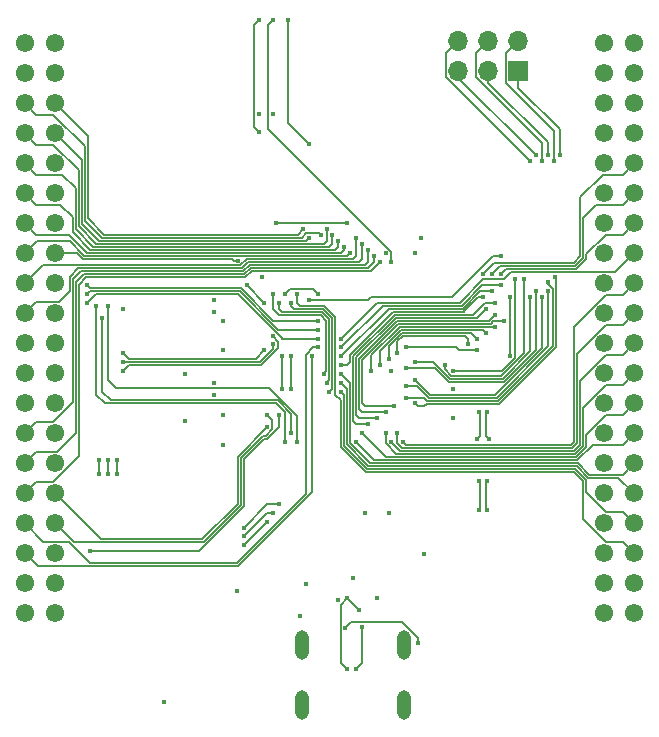
<source format=gbr>
%TF.GenerationSoftware,KiCad,Pcbnew,(5.1.9)-1*%
%TF.CreationDate,2021-07-09T22:50:26+02:00*%
%TF.ProjectId,hyperboard,68797065-7262-46f6-9172-642e6b696361,rev?*%
%TF.SameCoordinates,Original*%
%TF.FileFunction,Copper,L4,Bot*%
%TF.FilePolarity,Positive*%
%FSLAX46Y46*%
G04 Gerber Fmt 4.6, Leading zero omitted, Abs format (unit mm)*
G04 Created by KiCad (PCBNEW (5.1.9)-1) date 2021-07-09 22:50:26*
%MOMM*%
%LPD*%
G01*
G04 APERTURE LIST*
%TA.AperFunction,ComponentPad*%
%ADD10O,1.200000X2.500000*%
%TD*%
%TA.AperFunction,ComponentPad*%
%ADD11C,1.550000*%
%TD*%
%TA.AperFunction,ComponentPad*%
%ADD12O,1.700000X1.700000*%
%TD*%
%TA.AperFunction,ComponentPad*%
%ADD13R,1.700000X1.700000*%
%TD*%
%TA.AperFunction,ViaPad*%
%ADD14C,0.450000*%
%TD*%
%TA.AperFunction,Conductor*%
%ADD15C,0.127000*%
%TD*%
%TA.AperFunction,Conductor*%
%ADD16C,0.200000*%
%TD*%
G04 APERTURE END LIST*
D10*
%TO.P,J5,2*%
%TO.N,GND*%
X142320000Y-140700000D03*
%TO.P,J5,1*%
X133680000Y-140700000D03*
%TO.P,J5,3*%
X133680000Y-145750000D03*
%TO.P,J5,4*%
X142320000Y-145750000D03*
%TD*%
D11*
%TO.P,J3,40*%
%TO.N,GND*%
X112750000Y-89740000D03*
%TO.P,J3,39*%
%TO.N,+3V3*%
X110210000Y-89740000D03*
%TO.P,J3,38*%
%TO.N,GND*%
X112750000Y-92280000D03*
%TO.P,J3,37*%
%TO.N,+3V3*%
X110210000Y-92280000D03*
%TO.P,J3,36*%
%TO.N,PB5*%
X112750000Y-94820000D03*
%TO.P,J3,35*%
%TO.N,PD7*%
X110210000Y-94820000D03*
%TO.P,J3,34*%
%TO.N,PB4*%
X112750000Y-97360000D03*
%TO.P,J3,33*%
%TO.N,PD6*%
X110210000Y-97360000D03*
%TO.P,J3,32*%
%TO.N,PB2*%
X112750000Y-99900000D03*
%TO.P,J3,31*%
%TO.N,PD5*%
X110210000Y-99900000D03*
%TO.P,J3,30*%
%TO.N,PB1*%
X112750000Y-102440000D03*
%TO.P,J3,29*%
%TO.N,PD4*%
X110210000Y-102440000D03*
%TO.P,J3,28*%
%TO.N,PB0*%
X112750000Y-104980000D03*
%TO.P,J3,27*%
%TO.N,PD3*%
X110210000Y-104980000D03*
%TO.P,J3,26*%
%TO.N,PA15*%
X112750000Y-107520000D03*
%TO.P,J3,25*%
%TO.N,PD2*%
X110210000Y-107520000D03*
%TO.P,J3,24*%
%TO.N,PA10*%
X112750000Y-110060000D03*
%TO.P,J3,23*%
%TO.N,PD1*%
X110210000Y-110060000D03*
%TO.P,J3,22*%
%TO.N,PA9*%
X112750000Y-112600000D03*
%TO.P,J3,21*%
%TO.N,PD0*%
X110210000Y-112600000D03*
%TO.P,J3,20*%
%TO.N,PA8*%
X112750000Y-115140000D03*
%TO.P,J3,19*%
%TO.N,PC15*%
X110210000Y-115140000D03*
%TO.P,J3,18*%
%TO.N,PA7*%
X112750000Y-117680000D03*
%TO.P,J3,17*%
%TO.N,PC14*%
X110210000Y-117680000D03*
%TO.P,J3,16*%
%TO.N,PA6*%
X112750000Y-120220000D03*
%TO.P,J3,15*%
%TO.N,PC13*%
X110210000Y-120220000D03*
%TO.P,J3,14*%
%TO.N,PA5*%
X112750000Y-122760000D03*
%TO.P,J3,13*%
%TO.N,PC12*%
X110210000Y-122760000D03*
%TO.P,J3,12*%
%TO.N,PA4*%
X112750000Y-125300000D03*
%TO.P,J3,11*%
%TO.N,PC11*%
X110210000Y-125300000D03*
%TO.P,J3,10*%
%TO.N,PA3*%
X112750000Y-127840000D03*
%TO.P,J3,9*%
%TO.N,PC10*%
X110210000Y-127840000D03*
%TO.P,J3,8*%
%TO.N,PA2*%
X112750000Y-130380000D03*
%TO.P,J3,7*%
%TO.N,PC9*%
X110210000Y-130380000D03*
%TO.P,J3,6*%
%TO.N,PA1*%
X112750000Y-132920000D03*
%TO.P,J3,5*%
%TO.N,PC8*%
X110210000Y-132920000D03*
%TO.P,J3,4*%
%TO.N,GND*%
X112750000Y-135460000D03*
%TO.P,J3,3*%
%TO.N,+3V3*%
X110210000Y-135460000D03*
%TO.P,J3,2*%
%TO.N,GND*%
X112750000Y-138000000D03*
%TO.P,J3,1*%
%TO.N,+3V3*%
X110210000Y-138000000D03*
%TD*%
%TO.P,J4,40*%
%TO.N,GND*%
X161790000Y-89740000D03*
%TO.P,J4,39*%
%TO.N,+3V3*%
X159250000Y-89740000D03*
%TO.P,J4,38*%
%TO.N,GND*%
X161790000Y-92280000D03*
%TO.P,J4,37*%
%TO.N,+3V3*%
X159250000Y-92280000D03*
%TO.P,J4,36*%
%TO.N,PC7*%
X161790000Y-94820000D03*
%TO.P,J4,35*%
%TO.N,Net-(J4-Pad35)*%
X159250000Y-94820000D03*
%TO.P,J4,34*%
%TO.N,PC6*%
X161790000Y-97360000D03*
%TO.P,J4,33*%
%TO.N,PE15*%
X159250000Y-97360000D03*
%TO.P,J4,32*%
%TO.N,PC3*%
X161790000Y-99900000D03*
%TO.P,J4,31*%
%TO.N,PE14*%
X159250000Y-99900000D03*
%TO.P,J4,30*%
%TO.N,PC2*%
X161790000Y-102440000D03*
%TO.P,J4,29*%
%TO.N,PE13*%
X159250000Y-102440000D03*
%TO.P,J4,28*%
%TO.N,PC1*%
X161790000Y-104980000D03*
%TO.P,J4,27*%
%TO.N,PE12*%
X159250000Y-104980000D03*
%TO.P,J4,26*%
%TO.N,PC0*%
X161790000Y-107520000D03*
%TO.P,J4,25*%
%TO.N,PE11*%
X159250000Y-107520000D03*
%TO.P,J4,24*%
%TO.N,PB15*%
X161790000Y-110060000D03*
%TO.P,J4,23*%
%TO.N,PE10*%
X159250000Y-110060000D03*
%TO.P,J4,22*%
%TO.N,PB14*%
X161790000Y-112600000D03*
%TO.P,J4,21*%
%TO.N,PE9*%
X159250000Y-112600000D03*
%TO.P,J4,20*%
%TO.N,PB13*%
X161790000Y-115140000D03*
%TO.P,J4,19*%
%TO.N,PE8*%
X159250000Y-115140000D03*
%TO.P,J4,18*%
%TO.N,PB12*%
X161790000Y-117680000D03*
%TO.P,J4,17*%
%TO.N,PE7*%
X159250000Y-117680000D03*
%TO.P,J4,16*%
%TO.N,PB11*%
X161790000Y-120220000D03*
%TO.P,J4,15*%
%TO.N,PE2*%
X159250000Y-120220000D03*
%TO.P,J4,14*%
%TO.N,PB10*%
X161790000Y-122760000D03*
%TO.P,J4,13*%
%TO.N,PD15*%
X159250000Y-122760000D03*
%TO.P,J4,12*%
%TO.N,PB9*%
X161790000Y-125300000D03*
%TO.P,J4,11*%
%TO.N,PD14*%
X159250000Y-125300000D03*
%TO.P,J4,10*%
%TO.N,PB8*%
X161790000Y-127840000D03*
%TO.P,J4,9*%
%TO.N,PD10*%
X159250000Y-127840000D03*
%TO.P,J4,8*%
%TO.N,PB7*%
X161790000Y-130380000D03*
%TO.P,J4,7*%
%TO.N,PD9*%
X159250000Y-130380000D03*
%TO.P,J4,6*%
%TO.N,PB6*%
X161790000Y-132920000D03*
%TO.P,J4,5*%
%TO.N,PD8*%
X159250000Y-132920000D03*
%TO.P,J4,4*%
%TO.N,GND*%
X161790000Y-135460000D03*
%TO.P,J4,3*%
%TO.N,+3V3*%
X159250000Y-135460000D03*
%TO.P,J4,2*%
%TO.N,GND*%
X161790000Y-138000000D03*
%TO.P,J4,1*%
%TO.N,+3V3*%
X159250000Y-138000000D03*
%TD*%
D12*
%TO.P,J1,6*%
%TO.N,DSIHOST_D1N*%
X146920000Y-89560000D03*
%TO.P,J1,5*%
%TO.N,DSIHOST_D1P*%
X146920000Y-92100000D03*
%TO.P,J1,4*%
%TO.N,DSIHOST_CKN*%
X149460000Y-89560000D03*
%TO.P,J1,3*%
%TO.N,DSIHOST_CKP*%
X149460000Y-92100000D03*
%TO.P,J1,2*%
%TO.N,DSIHOST_D0N*%
X152000000Y-89560000D03*
D13*
%TO.P,J1,1*%
%TO.N,DSIHOST_D0P*%
X152000000Y-92100000D03*
%TD*%
D14*
%TO.N,+3V3*%
X123750000Y-117750000D03*
X141000000Y-129500000D03*
X126250000Y-119500000D03*
X127000000Y-123750000D03*
X146500000Y-121500000D03*
X143250000Y-107500000D03*
X127000000Y-115750000D03*
X126250000Y-112500000D03*
X133500000Y-138250000D03*
X130250000Y-109500000D03*
X130000000Y-95750000D03*
X141250000Y-117500000D03*
X144000000Y-133000000D03*
X122000000Y-145500000D03*
%TO.N,GND*%
X138000000Y-135000000D03*
X134000000Y-135500000D03*
X123750000Y-121750000D03*
X139000000Y-129500000D03*
X126250000Y-118500000D03*
X127000000Y-121250000D03*
X146500000Y-119000000D03*
X140750000Y-107500000D03*
X127000000Y-113250000D03*
X126250000Y-111500000D03*
X143750000Y-106250000D03*
X118500000Y-112250000D03*
X140000000Y-136750000D03*
X131250000Y-95750000D03*
X128130000Y-136150000D03*
%TO.N,NRST*%
X132000000Y-119000000D03*
X132000000Y-116250000D03*
X130500000Y-111750000D03*
X129000000Y-110250000D03*
%TO.N,Net-(FB1-Pad2)*%
X136750000Y-136875000D03*
%TO.N,DSIHOST_D1N*%
X143250000Y-116750000D03*
X153000000Y-111250000D03*
X153000000Y-99750000D03*
%TO.N,DSIHOST_D1P*%
X142500000Y-117250000D03*
X153500000Y-110750000D03*
X153500000Y-99250000D03*
%TO.N,DSIHOST_CKN*%
X143250000Y-118250000D03*
X154000000Y-111250000D03*
X154000000Y-99750000D03*
%TO.N,DSIHOST_CKP*%
X142500000Y-118750000D03*
X154500000Y-110750000D03*
X154500000Y-99250000D03*
%TO.N,DSIHOST_D0N*%
X142500000Y-119750000D03*
X154500000Y-110000000D03*
X155000000Y-99750000D03*
%TO.N,DSIHOST_D0P*%
X143250000Y-120250000D03*
X155084500Y-109509999D03*
X155500000Y-99250000D03*
%TO.N,SWO*%
X134250000Y-98250000D03*
X132500000Y-87750000D03*
%TO.N,SWCLK*%
X141250000Y-108250000D03*
X131250000Y-87750000D03*
%TO.N,SWDIO*%
X130000000Y-97250000D03*
X130000000Y-87750000D03*
%TO.N,PB5*%
X133750000Y-105500000D03*
%TO.N,PD7*%
X135250000Y-106000000D03*
%TO.N,PB4*%
X134250000Y-106250000D03*
%TO.N,PD6*%
X135750000Y-105500000D03*
%TO.N,PB2*%
X117250000Y-112000000D03*
X133250000Y-123500000D03*
%TO.N,PD5*%
X136250000Y-106000000D03*
%TO.N,PB1*%
X116750000Y-113000000D03*
X132750000Y-122750000D03*
%TO.N,PD4*%
X136750000Y-106500000D03*
%TO.N,PB0*%
X116250000Y-112000000D03*
X132250000Y-123500000D03*
%TO.N,PD3*%
X137250000Y-107000000D03*
%TO.N,PA15*%
X128250000Y-108145450D03*
X131500000Y-105000000D03*
X137500000Y-105000000D03*
%TO.N,PD2*%
X137750000Y-107500000D03*
%TO.N,PA10*%
X115500000Y-110250000D03*
X135000000Y-113250000D03*
%TO.N,PD1*%
X138250000Y-106250000D03*
%TO.N,PA9*%
X115500000Y-111000000D03*
X135000000Y-114000000D03*
%TO.N,PD0*%
X138750000Y-106750000D03*
%TO.N,PA8*%
X135000000Y-114750000D03*
X115500000Y-111750000D03*
%TO.N,PC15*%
X130500000Y-115750000D03*
X118500000Y-116000000D03*
%TO.N,PA7*%
X131750000Y-128750000D03*
X128750000Y-130750000D03*
X118000000Y-125000000D03*
X118000000Y-126250000D03*
%TO.N,PC14*%
X131250000Y-115250000D03*
X118500000Y-116750000D03*
%TO.N,PA6*%
X131250000Y-129500000D03*
X128750000Y-131500000D03*
X117250000Y-125000000D03*
X117250000Y-126250000D03*
%TO.N,PC13*%
X131206197Y-114543803D03*
X118500000Y-117500000D03*
%TO.N,PA5*%
X130750000Y-130250000D03*
X128750000Y-132250000D03*
X116500000Y-126250000D03*
X116500000Y-125000000D03*
%TO.N,PC12*%
X139250000Y-107250000D03*
%TO.N,PC11*%
X139750000Y-107750000D03*
%TO.N,PA3*%
X130750000Y-122250000D03*
%TO.N,PC10*%
X140250000Y-108250000D03*
%TO.N,PA2*%
X130750000Y-121250000D03*
%TO.N,PC9*%
X135000000Y-115500000D03*
%TO.N,PA1*%
X131750000Y-121250000D03*
X115750000Y-132750000D03*
%TO.N,PC8*%
X134500000Y-116250000D03*
%TO.N,PC7*%
X146500000Y-117500000D03*
X151750000Y-109750000D03*
%TO.N,PC6*%
X145750000Y-117000000D03*
X152500000Y-109750000D03*
%TO.N,PE15*%
X139250000Y-122000000D03*
X150000000Y-111750000D03*
%TO.N,PC3*%
X137000000Y-117000000D03*
X149000000Y-111250000D03*
X149000000Y-109250000D03*
%TO.N,PE14*%
X140000000Y-121500000D03*
X149250000Y-112250000D03*
%TO.N,PC2*%
X137000000Y-116250000D03*
X149750000Y-110750000D03*
X149750000Y-109250000D03*
%TO.N,PE13*%
X140750000Y-121000000D03*
X150000000Y-112750000D03*
%TO.N,PC1*%
X137000000Y-115500000D03*
X150500000Y-110250000D03*
X150500000Y-109250000D03*
%TO.N,PE12*%
X141500000Y-120500000D03*
X150750000Y-113250000D03*
%TO.N,PC0*%
X137000000Y-114750000D03*
%TO.N,PE11*%
X139500000Y-117500000D03*
X150000000Y-113750000D03*
%TO.N,PB15*%
X142250000Y-123500000D03*
%TO.N,PE10*%
X140250000Y-117000000D03*
X149250000Y-114250000D03*
%TO.N,PB14*%
X141750000Y-122750000D03*
%TO.N,PE9*%
X141000000Y-116500000D03*
X148500000Y-114750000D03*
%TO.N,PB13*%
X141250000Y-123500000D03*
%TO.N,PE8*%
X141750000Y-116000000D03*
X147750000Y-115250000D03*
%TO.N,PB12*%
X140750000Y-122750000D03*
%TO.N,PE7*%
X142500000Y-115500000D03*
X148500000Y-115750000D03*
%TO.N,PB11*%
X138750000Y-122750000D03*
%TO.N,PE2*%
X150500000Y-107750000D03*
X134250000Y-111500000D03*
X151250000Y-111250000D03*
X151250000Y-116250000D03*
%TO.N,PB10*%
X138250000Y-123500000D03*
%TO.N,PB9*%
X137000000Y-117750000D03*
X135500000Y-117750000D03*
X131250000Y-111000000D03*
%TO.N,PB8*%
X131750000Y-111750000D03*
X137000000Y-118500000D03*
X135750000Y-118500000D03*
%TO.N,PB7*%
X137000000Y-119250000D03*
X136000000Y-119250000D03*
X132750000Y-111750000D03*
%TO.N,PB6*%
X133250000Y-111000000D03*
%TO.N,Net-(J5-PadA6)*%
X138250000Y-142750000D03*
X138790500Y-139182998D03*
%TO.N,Net-(J5-PadA7)*%
X137500000Y-136750000D03*
X137500000Y-142750000D03*
X138500000Y-137750000D03*
%TO.N,Net-(J5-PadA5)*%
X143500000Y-140500000D03*
X137354000Y-139250000D03*
%TO.N,BOOT0*%
X135000000Y-111000000D03*
X132250000Y-111000000D03*
X132750000Y-116250000D03*
X132750000Y-119000000D03*
%TO.N,USB_D+*%
X149350000Y-129265500D03*
X149350000Y-126801588D03*
X149500000Y-123250000D03*
X149350000Y-120984500D03*
%TO.N,USB_D-*%
X148650000Y-129265500D03*
X148650000Y-126801588D03*
X148500000Y-123250000D03*
X148650000Y-120984500D03*
%TD*%
D15*
%TO.N,NRST*%
X132000000Y-119000000D02*
X132000000Y-116250000D01*
X130500000Y-111750000D02*
X129000000Y-110250000D01*
%TO.N,DSIHOST_D1N*%
X143250000Y-116750000D02*
X144775834Y-116750000D01*
X144775834Y-116750000D02*
X146195345Y-118169511D01*
X146195345Y-118169511D02*
X150500000Y-118169511D01*
X153000000Y-115833390D02*
X153000000Y-111250000D01*
X150663880Y-118169510D02*
X153000000Y-115833390D01*
X150500000Y-118169511D02*
X150663880Y-118169510D01*
X145879499Y-90600501D02*
X146920000Y-89560000D01*
X145879499Y-92629499D02*
X145879499Y-90600501D01*
X153000000Y-99750000D02*
X145879499Y-92629499D01*
%TO.N,DSIHOST_D1P*%
X146090131Y-118423521D02*
X150500000Y-118423521D01*
X144916610Y-117250000D02*
X146090131Y-118423521D01*
X142500000Y-117250000D02*
X144916610Y-117250000D01*
X150500000Y-118423521D02*
X150769093Y-118423521D01*
X150769093Y-118423521D02*
X153500000Y-115692614D01*
X153500000Y-115692614D02*
X153500000Y-110750000D01*
X146920000Y-92670000D02*
X146920000Y-92100000D01*
X153500000Y-99250000D02*
X146920000Y-92670000D01*
%TO.N,DSIHOST_CKN*%
X143250000Y-118250000D02*
X144500000Y-119500000D01*
X144500000Y-119500000D02*
X149250000Y-119500000D01*
X150051838Y-119500000D02*
X154000000Y-115551838D01*
X149250000Y-119500000D02*
X150051838Y-119500000D01*
X154000000Y-115551838D02*
X154000000Y-111250000D01*
X148419499Y-90600501D02*
X149460000Y-89560000D01*
X154000000Y-98179942D02*
X148419499Y-92599441D01*
X148419499Y-92599441D02*
X148419499Y-90600501D01*
X154000000Y-99750000D02*
X154000000Y-98179942D01*
%TO.N,DSIHOST_CKP*%
X142500000Y-118750000D02*
X143390776Y-118750000D01*
X143390776Y-118750000D02*
X144394786Y-119754010D01*
X144394786Y-119754010D02*
X149250000Y-119754010D01*
X150157053Y-119754009D02*
X154500000Y-115411062D01*
X149250000Y-119754010D02*
X150157053Y-119754009D01*
X154500000Y-115411062D02*
X154500000Y-110750000D01*
X149460000Y-93100776D02*
X149460000Y-92100000D01*
X154500000Y-98140776D02*
X149460000Y-93100776D01*
X154500000Y-99250000D02*
X154500000Y-98140776D01*
%TO.N,DSIHOST_D0N*%
X150262266Y-120008020D02*
X154915501Y-115354785D01*
X149250000Y-120008020D02*
X150262266Y-120008020D01*
X144031552Y-119750000D02*
X144289572Y-120008020D01*
X142500000Y-119750000D02*
X144031552Y-119750000D01*
X144289572Y-120008020D02*
X149250000Y-120008020D01*
X154500000Y-110135058D02*
X154500000Y-110000000D01*
X154915501Y-110550559D02*
X154500000Y-110135058D01*
X154915501Y-115354785D02*
X154915501Y-110550559D01*
X150959499Y-90600501D02*
X152000000Y-89560000D01*
X150959499Y-93102401D02*
X150959499Y-90600501D01*
X155000000Y-97142902D02*
X150959499Y-93102401D01*
X155000000Y-99750000D02*
X155000000Y-97142902D01*
%TO.N,DSIHOST_D0P*%
X143250000Y-120250000D02*
X143500000Y-120500000D01*
X144000000Y-120500000D02*
X144237970Y-120262030D01*
X143500000Y-120500000D02*
X144000000Y-120500000D01*
X144237970Y-120262030D02*
X149250000Y-120262030D01*
X150367481Y-120262029D02*
X155169511Y-115459999D01*
X149250000Y-120262030D02*
X150367481Y-120262029D01*
X155169511Y-109595010D02*
X155084500Y-109509999D01*
X155169511Y-115459999D02*
X155169511Y-109595010D01*
X152000000Y-92100000D02*
X152600000Y-92100000D01*
X152000000Y-92100000D02*
X152000000Y-93500000D01*
X155500000Y-97000000D02*
X155500000Y-99250000D01*
X152000000Y-93500000D02*
X155500000Y-97000000D01*
%TO.N,SWO*%
X132500000Y-96500000D02*
X132500000Y-87750000D01*
X134250000Y-98250000D02*
X132500000Y-96500000D01*
%TO.N,SWCLK*%
X141250000Y-107385058D02*
X141250000Y-108250000D01*
X130834499Y-96969557D02*
X141250000Y-107385058D01*
X130834499Y-88165501D02*
X130834499Y-96969557D01*
X131250000Y-87750000D02*
X130834499Y-88165501D01*
%TO.N,SWDIO*%
X129584499Y-96834499D02*
X130000000Y-97250000D01*
X129584499Y-88165501D02*
X129584499Y-96834499D01*
X130000000Y-87750000D02*
X129584499Y-88165501D01*
%TO.N,PB5*%
X115520050Y-97590050D02*
X112750000Y-94820000D01*
X115520050Y-104520050D02*
X115520050Y-97590050D01*
X116951880Y-105951880D02*
X115520050Y-104520050D01*
X133298120Y-105951880D02*
X116951880Y-105951880D01*
X133750000Y-105500000D02*
X133298120Y-105951880D01*
%TO.N,PD7*%
X111175501Y-95785501D02*
X110210000Y-94820000D01*
X115266040Y-98447098D02*
X112604443Y-95785501D01*
X112604443Y-95785501D02*
X111175501Y-95785501D01*
X116705890Y-106205890D02*
X115266040Y-104766040D01*
X115266040Y-104766040D02*
X115266040Y-98447098D01*
X133679168Y-106205890D02*
X116705890Y-106205890D01*
X135084499Y-105834499D02*
X134050559Y-105834499D01*
X134050559Y-105834499D02*
X133679168Y-106205890D01*
X135250000Y-106000000D02*
X135084499Y-105834499D01*
%TO.N,PB4*%
X115012030Y-99622030D02*
X112750000Y-97360000D01*
X115012030Y-105012030D02*
X115012030Y-99622030D01*
X116459900Y-106459900D02*
X115012030Y-105012030D01*
X134040100Y-106459900D02*
X116459900Y-106459900D01*
X134250000Y-106250000D02*
X134040100Y-106459900D01*
%TO.N,PD6*%
X111175501Y-98325501D02*
X110210000Y-97360000D01*
X112604443Y-98325501D02*
X111175501Y-98325501D01*
X114758020Y-100479078D02*
X112604443Y-98325501D01*
X114758020Y-105258020D02*
X114758020Y-100479078D01*
X116213910Y-106713910D02*
X114758020Y-105258020D01*
X135500000Y-106713910D02*
X116213910Y-106713910D01*
X135750000Y-106463910D02*
X135500000Y-106713910D01*
X135750000Y-105500000D02*
X135750000Y-106463910D01*
%TO.N,PB2*%
X130883949Y-118915501D02*
X117915501Y-118915501D01*
X133250000Y-121281552D02*
X130883949Y-118915501D01*
X133250000Y-123500000D02*
X133250000Y-121281552D01*
X117250000Y-118250000D02*
X117250000Y-112000000D01*
X117915501Y-118915501D02*
X117250000Y-118250000D01*
%TO.N,PD5*%
X111175501Y-100865501D02*
X110210000Y-99900000D01*
X113365501Y-100865501D02*
X111175501Y-100865501D01*
X114504010Y-105504010D02*
X114504010Y-102004010D01*
X115967920Y-106967920D02*
X114504010Y-105504010D01*
X114504010Y-102004010D02*
X113365501Y-100865501D01*
X136000000Y-106967920D02*
X115967920Y-106967920D01*
X136250000Y-106717920D02*
X136000000Y-106967920D01*
X136250000Y-106000000D02*
X136250000Y-106717920D01*
%TO.N,PB1*%
X132750000Y-121140776D02*
X131605214Y-119995990D01*
X132750000Y-122750000D02*
X132750000Y-121140776D01*
X131605214Y-119995990D02*
X117495990Y-119995990D01*
X116750000Y-119250000D02*
X116750000Y-113000000D01*
X117495990Y-119995990D02*
X116750000Y-119250000D01*
%TO.N,PD4*%
X113155501Y-103405501D02*
X111175501Y-103405501D01*
X114250000Y-104500000D02*
X113155501Y-103405501D01*
X114250000Y-105750000D02*
X114250000Y-104500000D01*
X115721930Y-107221930D02*
X114250000Y-105750000D01*
X136500000Y-107221930D02*
X115721930Y-107221930D01*
X136750000Y-106971930D02*
X136500000Y-107221930D01*
X111175501Y-103405501D02*
X110210000Y-102440000D01*
X136750000Y-106500000D02*
X136750000Y-106971930D01*
%TO.N,PB0*%
X116250000Y-112000000D02*
X116250000Y-119500000D01*
X116250000Y-119500000D02*
X117000000Y-120250000D01*
X117000000Y-120250000D02*
X131500000Y-120250000D01*
X132250000Y-121000000D02*
X132250000Y-123500000D01*
X131500000Y-120250000D02*
X132250000Y-121000000D01*
%TO.N,PD3*%
X111175501Y-105945501D02*
X110210000Y-104980000D01*
X113945501Y-105945501D02*
X111175501Y-105945501D01*
X115475940Y-107475940D02*
X113945501Y-105945501D01*
X137000000Y-107475940D02*
X115475940Y-107475940D01*
X137250000Y-107225940D02*
X137000000Y-107475940D01*
X137250000Y-107000000D02*
X137250000Y-107225940D01*
%TO.N,PA15*%
X128250000Y-108145450D02*
X127895450Y-108145450D01*
X127733960Y-107983960D02*
X115124735Y-107983959D01*
X127895450Y-108145450D02*
X127733960Y-107983960D01*
X114660776Y-107520000D02*
X112750000Y-107520000D01*
X115124735Y-107983959D02*
X114660776Y-107520000D01*
X137500000Y-105000000D02*
X131500000Y-105000000D01*
%TO.N,PD2*%
X111230000Y-106500000D02*
X110210000Y-107520000D01*
X114000000Y-106500000D02*
X111230000Y-106500000D01*
X115229950Y-107729950D02*
X114000000Y-106500000D01*
X137520050Y-107729950D02*
X115229950Y-107729950D01*
X137750000Y-107500000D02*
X137520050Y-107729950D01*
%TO.N,PA10*%
X115500000Y-110250000D02*
X115750000Y-110500000D01*
X115750000Y-110500000D02*
X128500000Y-110500000D01*
X131250000Y-113250000D02*
X135000000Y-113250000D01*
X128500000Y-110500000D02*
X131250000Y-113250000D01*
%TO.N,PD1*%
X111709049Y-108560951D02*
X110210000Y-110060000D01*
X128449441Y-108560951D02*
X111709049Y-108560951D01*
X129026432Y-107983960D02*
X128449441Y-108560951D01*
X138000000Y-107983960D02*
X129026432Y-107983960D01*
X138250000Y-107733960D02*
X138000000Y-107983960D01*
X138250000Y-106250000D02*
X138250000Y-107733960D01*
%TO.N,PA9*%
X115500000Y-111000000D02*
X115745990Y-110754010D01*
X115745990Y-110754010D02*
X128394786Y-110754010D01*
X131640776Y-114000000D02*
X135000000Y-114000000D01*
X128394786Y-110754010D02*
X131640776Y-114000000D01*
%TO.N,PD0*%
X111175501Y-111634499D02*
X110210000Y-112600000D01*
X113115501Y-111634499D02*
X111175501Y-111634499D01*
X114000000Y-110750000D02*
X113115501Y-111634499D01*
X114685039Y-108814961D02*
X114000000Y-109500000D01*
X114000000Y-109500000D02*
X114000000Y-110750000D01*
X128554655Y-108814961D02*
X114685039Y-108814961D01*
X129131646Y-108237970D02*
X128554655Y-108814961D01*
X138750000Y-107987970D02*
X138500000Y-108237970D01*
X138500000Y-108237970D02*
X129131646Y-108237970D01*
X138750000Y-106750000D02*
X138750000Y-107987970D01*
%TO.N,PA8*%
X135000000Y-114750000D02*
X131991980Y-114750000D01*
X131991980Y-114741980D02*
X128258020Y-111008020D01*
X131991980Y-114750000D02*
X131991980Y-114741980D01*
X116241980Y-111008020D02*
X115500000Y-111750000D01*
X128258020Y-111008020D02*
X116241980Y-111008020D01*
%TO.N,PC15*%
X130500000Y-115750000D02*
X129750000Y-116500000D01*
X119000000Y-116500000D02*
X118500000Y-116000000D01*
X129750000Y-116500000D02*
X119000000Y-116500000D01*
%TO.N,PA7*%
X131750000Y-128750000D02*
X130750000Y-128750000D01*
X130750000Y-128750000D02*
X128750000Y-130750000D01*
X118000000Y-125000000D02*
X118000000Y-126250000D01*
%TO.N,PC14*%
X131250000Y-115614942D02*
X130110932Y-116754010D01*
X131250000Y-115250000D02*
X131250000Y-115614942D01*
X118504010Y-116754010D02*
X118500000Y-116750000D01*
X130110932Y-116754010D02*
X118504010Y-116754010D01*
%TO.N,PA6*%
X130750000Y-129500000D02*
X128750000Y-131500000D01*
X131250000Y-129500000D02*
X130750000Y-129500000D01*
X117250000Y-125000000D02*
X117250000Y-126250000D01*
%TO.N,PC13*%
X131665501Y-115558665D02*
X130216146Y-117008020D01*
X131665501Y-115003107D02*
X131665501Y-115558665D01*
X131206197Y-114543803D02*
X131665501Y-115003107D01*
X130216146Y-117008020D02*
X119000000Y-117008020D01*
X118991980Y-117008020D02*
X118500000Y-117500000D01*
X119000000Y-117008020D02*
X118991980Y-117008020D01*
%TO.N,PA5*%
X130750000Y-130250000D02*
X128750000Y-132250000D01*
X116500000Y-126250000D02*
X116500000Y-125250000D01*
X116500000Y-125250000D02*
X116500000Y-125000000D01*
%TO.N,PC12*%
X112604443Y-121794499D02*
X111175501Y-121794499D01*
X114254010Y-120144932D02*
X112604443Y-121794499D01*
X114254010Y-109745990D02*
X114254010Y-120144932D01*
X114931029Y-109068971D02*
X114254010Y-109745990D01*
X128659869Y-109068971D02*
X114931029Y-109068971D01*
X129236860Y-108491980D02*
X128659869Y-109068971D01*
X139000000Y-108491980D02*
X129236860Y-108491980D01*
X111175501Y-121794499D02*
X110210000Y-122760000D01*
X139250000Y-108241980D02*
X139000000Y-108491980D01*
X139250000Y-107250000D02*
X139250000Y-108241980D01*
%TO.N,PC11*%
X112915501Y-124334499D02*
X111175501Y-124334499D01*
X111175501Y-124334499D02*
X110210000Y-125300000D01*
X115177019Y-109322981D02*
X114508020Y-109991980D01*
X114508020Y-122741980D02*
X112915501Y-124334499D01*
X128765083Y-109322981D02*
X115177019Y-109322981D01*
X114508020Y-109991980D02*
X114508020Y-122741980D01*
X129342074Y-108745990D02*
X128765083Y-109322981D01*
X139250000Y-108745990D02*
X129342074Y-108745990D01*
X139750000Y-108245990D02*
X139250000Y-108745990D01*
X139750000Y-107750000D02*
X139750000Y-108245990D01*
%TO.N,PA3*%
X116660000Y-131750000D02*
X112750000Y-127840000D01*
X125250000Y-131750000D02*
X116660000Y-131750000D01*
X128250000Y-128750000D02*
X125250000Y-131750000D01*
X128250000Y-124750000D02*
X128250000Y-128750000D01*
X130750000Y-122250000D02*
X128250000Y-124750000D01*
%TO.N,PC10*%
X114762030Y-110237970D02*
X114762030Y-124716912D01*
X115423009Y-109576991D02*
X114762030Y-110237970D01*
X128870297Y-109576991D02*
X115423009Y-109576991D01*
X112604443Y-126874499D02*
X111175501Y-126874499D01*
X114762030Y-124716912D02*
X112604443Y-126874499D01*
X129447288Y-109000000D02*
X128870297Y-109576991D01*
X139500000Y-109000000D02*
X129447288Y-109000000D01*
X111175501Y-126874499D02*
X110210000Y-127840000D01*
X140250000Y-108250000D02*
X139500000Y-109000000D01*
%TO.N,PA2*%
X130614942Y-123000000D02*
X130359224Y-123000000D01*
X131165501Y-122449441D02*
X130614942Y-123000000D01*
X131165501Y-121665501D02*
X131165501Y-122449441D01*
X130750000Y-121250000D02*
X131165501Y-121665501D01*
X130359224Y-123000000D02*
X128504010Y-124855214D01*
X128504010Y-124855214D02*
X128504009Y-128855215D01*
X128504009Y-128855215D02*
X125355214Y-132004010D01*
X114374010Y-132004010D02*
X112750000Y-130380000D01*
X125355214Y-132004010D02*
X114374010Y-132004010D01*
%TO.N,PC9*%
X113954499Y-131954499D02*
X115745990Y-133745990D01*
X111784499Y-131954499D02*
X113954499Y-131954499D01*
X110210000Y-130380000D02*
X111784499Y-131954499D01*
X115745990Y-133745990D02*
X128144786Y-133745990D01*
X128144786Y-133745990D02*
X134000000Y-127890776D01*
X134635058Y-115500000D02*
X135000000Y-115500000D01*
X134000000Y-116135058D02*
X134635058Y-115500000D01*
X134000000Y-127890776D02*
X134000000Y-116135058D01*
%TO.N,PA1*%
X130720156Y-123254010D02*
X130464438Y-123254010D01*
X131750000Y-122224166D02*
X130720156Y-123254010D01*
X131750000Y-121250000D02*
X131750000Y-122224166D01*
X130464438Y-123254010D02*
X128758019Y-124960429D01*
X124968448Y-132750000D02*
X115750000Y-132750000D01*
X128758018Y-128960430D02*
X124968448Y-132750000D01*
X128758019Y-124960429D02*
X128758018Y-128960430D01*
%TO.N,PC8*%
X111290000Y-134000000D02*
X110210000Y-132920000D01*
X128250000Y-134000000D02*
X111290000Y-134000000D01*
X134500000Y-127750000D02*
X128250000Y-134000000D01*
X134500000Y-116250000D02*
X134500000Y-127750000D01*
%TO.N,PC7*%
X146500000Y-117500000D02*
X150614942Y-117500000D01*
X151750000Y-116364942D02*
X151750000Y-109750000D01*
X150614942Y-117500000D02*
X151750000Y-116364942D01*
%TO.N,PC6*%
X145750000Y-117364942D02*
X146300559Y-117915501D01*
X145750000Y-117000000D02*
X145750000Y-117364942D01*
X152500000Y-115974166D02*
X152500000Y-109750000D01*
X150558665Y-117915501D02*
X152500000Y-115974166D01*
X146300559Y-117915501D02*
X150558665Y-117915501D01*
%TO.N,PE15*%
X139250000Y-122000000D02*
X138254010Y-122000000D01*
X138004010Y-121750000D02*
X138004010Y-118004010D01*
X138254010Y-122000000D02*
X138004010Y-121750000D01*
X138004010Y-118004010D02*
X138004013Y-117616477D01*
X141517512Y-112717920D02*
X143282080Y-112717920D01*
X138004012Y-116231420D02*
X141517512Y-112717920D01*
X138004013Y-117616477D02*
X138004012Y-116231420D01*
X142902570Y-112717920D02*
X143282080Y-112717920D01*
X149135058Y-111750000D02*
X150000000Y-111750000D01*
X148167138Y-112717920D02*
X149135058Y-111750000D01*
X143282080Y-112717920D02*
X148167138Y-112717920D01*
%TO.N,PC3*%
X148620490Y-111250000D02*
X149000000Y-111250000D01*
X149000000Y-109250000D02*
X149917531Y-108332469D01*
X149917531Y-108332469D02*
X156699083Y-108332469D01*
X156699083Y-108332469D02*
X157241980Y-107789572D01*
X160824499Y-100865501D02*
X161790000Y-99900000D01*
X159134499Y-100865501D02*
X160824499Y-100865501D01*
X157241980Y-102758020D02*
X159134499Y-100865501D01*
X157241980Y-107789572D02*
X157241980Y-102758020D01*
X137750003Y-116126205D02*
X141412298Y-112463910D01*
X137750003Y-116249997D02*
X137750003Y-116126205D01*
X141412298Y-112463910D02*
X143286090Y-112463910D01*
X143286090Y-112463910D02*
X147406580Y-112463910D01*
X142786090Y-112463910D02*
X143286090Y-112463910D01*
X137000000Y-117000000D02*
X137500000Y-117000000D01*
X137500000Y-117000000D02*
X137750000Y-116750000D01*
X137750000Y-116126208D02*
X137750003Y-116126205D01*
X137750000Y-116750000D02*
X137750000Y-116126208D01*
X148609224Y-111250000D02*
X148620490Y-111250000D01*
X147406580Y-112452644D02*
X148609224Y-111250000D01*
X147406580Y-112463910D02*
X147406580Y-112452644D01*
%TO.N,PE14*%
X138258021Y-116336635D02*
X141622726Y-112971930D01*
X138258020Y-118000000D02*
X138258022Y-117721692D01*
X138258022Y-117721692D02*
X138258021Y-116336635D01*
X138258020Y-121250000D02*
X138258020Y-118000000D01*
X138508020Y-121500000D02*
X138258020Y-121250000D01*
X140000000Y-121500000D02*
X138508020Y-121500000D01*
X148528070Y-112971930D02*
X149250000Y-112250000D01*
X141622726Y-112971930D02*
X148528070Y-112971930D01*
%TO.N,PC2*%
X148750000Y-110750000D02*
X149750000Y-110750000D01*
X149750000Y-109250000D02*
X150413521Y-108586479D01*
X150413521Y-108586479D02*
X156804297Y-108586479D01*
X157495990Y-107894786D02*
X157495990Y-104504010D01*
X156804297Y-108586479D02*
X157495990Y-107894786D01*
X160824499Y-103405501D02*
X161790000Y-102440000D01*
X158594499Y-103405501D02*
X160824499Y-103405501D01*
X157495990Y-104504010D02*
X158594499Y-103405501D01*
X141040100Y-112209900D02*
X142959900Y-112209900D01*
X137000000Y-116250000D02*
X141040100Y-112209900D01*
X142959900Y-112209900D02*
X147290100Y-112209900D01*
X142680876Y-112209900D02*
X142959900Y-112209900D01*
X147290100Y-112209900D02*
X148750000Y-110750000D01*
%TO.N,PE13*%
X141727940Y-113225940D02*
X149549894Y-113225940D01*
X138512030Y-116441850D02*
X141727940Y-113225940D01*
X138512030Y-120750000D02*
X138512030Y-116441850D01*
X138762030Y-121000000D02*
X138512030Y-120750000D01*
X140750000Y-121000000D02*
X138762030Y-121000000D01*
X150000000Y-112775834D02*
X150000000Y-112750000D01*
X149549894Y-113225940D02*
X150000000Y-112775834D01*
%TO.N,PC1*%
X148890776Y-110250000D02*
X150500000Y-110250000D01*
X160824499Y-105945501D02*
X161790000Y-104980000D01*
X159395557Y-105945501D02*
X160824499Y-105945501D01*
X156909511Y-108840489D02*
X157750000Y-108000000D01*
X150909511Y-108840489D02*
X156909511Y-108840489D01*
X157750000Y-107591058D02*
X159395557Y-105945501D01*
X157750000Y-108000000D02*
X157750000Y-107591058D01*
X150500000Y-109250000D02*
X150909511Y-108840489D01*
X140544110Y-111955890D02*
X143044110Y-111955890D01*
X137000000Y-115500000D02*
X140544110Y-111955890D01*
X143044110Y-111955890D02*
X147184886Y-111955890D01*
X142575662Y-111955890D02*
X143044110Y-111955890D01*
X147184886Y-111955890D02*
X148890776Y-110250000D01*
%TO.N,PE12*%
X149885058Y-113250000D02*
X150750000Y-113250000D01*
X149655108Y-113479950D02*
X149885058Y-113250000D01*
X141833154Y-113479950D02*
X149655108Y-113479950D01*
X138766040Y-116547064D02*
X141833154Y-113479950D01*
X138766040Y-120250000D02*
X138766040Y-116547064D01*
X139016040Y-120500000D02*
X138766040Y-120250000D01*
X141500000Y-120500000D02*
X139016040Y-120500000D01*
%TO.N,PC0*%
X160215501Y-109094499D02*
X161790000Y-107520000D01*
X151405501Y-109094499D02*
X160215501Y-109094499D01*
X150750000Y-109750000D02*
X151405501Y-109094499D01*
X149031552Y-109750000D02*
X150750000Y-109750000D01*
X140048120Y-111701880D02*
X143298120Y-111701880D01*
X137000000Y-114750000D02*
X140048120Y-111701880D01*
X143298120Y-111701880D02*
X147079672Y-111701880D01*
X142470448Y-111701880D02*
X143298120Y-111701880D01*
X147079672Y-111701880D02*
X149031552Y-109750000D01*
%TO.N,PE11*%
X149983960Y-113733960D02*
X150000000Y-113750000D01*
X141938368Y-113733960D02*
X149983960Y-113733960D01*
X139500000Y-116172328D02*
X141938368Y-113733960D01*
X139500000Y-116172328D02*
X139500000Y-117500000D01*
%TO.N,PB15*%
X159395557Y-111025501D02*
X160824499Y-111025501D01*
X156679348Y-123524532D02*
X156679348Y-113741710D01*
X156679348Y-113741710D02*
X159395557Y-111025501D01*
X156453880Y-123750000D02*
X156679348Y-123524532D01*
X142500000Y-123750000D02*
X156453880Y-123750000D01*
X160824499Y-111025501D02*
X161790000Y-110060000D01*
X142250000Y-123500000D02*
X142500000Y-123750000D01*
%TO.N,PE10*%
X148987970Y-113987970D02*
X149250000Y-114250000D01*
X142043582Y-113987970D02*
X148987970Y-113987970D01*
X140250000Y-115781552D02*
X142043582Y-113987970D01*
X140250000Y-115781552D02*
X140250000Y-117000000D01*
%TO.N,PB14*%
X160824499Y-113565501D02*
X161790000Y-112600000D01*
X156933358Y-116027700D02*
X159395557Y-113565501D01*
X156933358Y-123629746D02*
X156933358Y-116027700D01*
X159395557Y-113565501D02*
X160824499Y-113565501D01*
X156559094Y-124004010D02*
X156933358Y-123629746D01*
X142139068Y-124004010D02*
X156559094Y-124004010D01*
X141750000Y-123614942D02*
X142139068Y-124004010D01*
X141750000Y-122750000D02*
X141750000Y-123614942D01*
%TO.N,PE9*%
X147991980Y-114241980D02*
X148500000Y-114750000D01*
X142148796Y-114241980D02*
X147991980Y-114241980D01*
X141000000Y-115390776D02*
X142148796Y-114241980D01*
X141000000Y-115390776D02*
X141000000Y-116500000D01*
%TO.N,PB13*%
X160824499Y-116105501D02*
X161790000Y-115140000D01*
X159395557Y-116105501D02*
X160824499Y-116105501D01*
X157187368Y-118313690D02*
X159395557Y-116105501D01*
X157187368Y-123734960D02*
X157187368Y-118313690D01*
X156664308Y-124258020D02*
X157187368Y-123734960D01*
X142008020Y-124258020D02*
X156664308Y-124258020D01*
X141250000Y-123500000D02*
X142008020Y-124258020D01*
%TO.N,PE8*%
X147745990Y-115245990D02*
X147750000Y-115250000D01*
X147750000Y-114750000D02*
X147750000Y-115250000D01*
X147495990Y-114495990D02*
X147750000Y-114750000D01*
X142254010Y-114495990D02*
X147495990Y-114495990D01*
X141750000Y-115000000D02*
X142254010Y-114495990D01*
X141750000Y-115000000D02*
X141750000Y-116000000D01*
%TO.N,PB12*%
X159395557Y-118645501D02*
X160824499Y-118645501D01*
X160824499Y-118645501D02*
X161790000Y-117680000D01*
X157441378Y-123840174D02*
X157441378Y-120599680D01*
X156769522Y-124512030D02*
X157441378Y-123840174D01*
X141647088Y-124512030D02*
X156769522Y-124512030D01*
X157441378Y-120599680D02*
X159395557Y-118645501D01*
X140750000Y-123614942D02*
X141647088Y-124512030D01*
X140750000Y-122750000D02*
X140750000Y-123614942D01*
%TO.N,PE7*%
X143750000Y-115500000D02*
X146750000Y-115500000D01*
X147000000Y-115750000D02*
X148500000Y-115750000D01*
X146750000Y-115500000D02*
X147000000Y-115750000D01*
X143750000Y-115500000D02*
X142500000Y-115500000D01*
%TO.N,PB11*%
X160824499Y-121185501D02*
X161790000Y-120220000D01*
X159395557Y-121185501D02*
X160824499Y-121185501D01*
X157695388Y-122885670D02*
X159395557Y-121185501D01*
X157695388Y-123945388D02*
X157695388Y-122885670D01*
X156874736Y-124766040D02*
X157695388Y-123945388D01*
X140766040Y-124766040D02*
X156874736Y-124766040D01*
X138750000Y-122750000D02*
X140766040Y-124766040D01*
%TO.N,PE2*%
X149885058Y-107750000D02*
X150500000Y-107750000D01*
X146385058Y-111250000D02*
X149885058Y-107750000D01*
X134250000Y-111500000D02*
X139250000Y-111500000D01*
X139500000Y-111250000D02*
X146385058Y-111250000D01*
X139250000Y-111500000D02*
X139500000Y-111250000D01*
X151250000Y-111250000D02*
X151250000Y-116250000D01*
%TO.N,PB10*%
X160824499Y-123725501D02*
X161790000Y-122760000D01*
X158274499Y-123725501D02*
X160824499Y-123725501D01*
X156979950Y-125020050D02*
X158274499Y-123725501D01*
X139770050Y-125020050D02*
X156979950Y-125020050D01*
X138250000Y-123500000D02*
X139770050Y-125020050D01*
%TO.N,PB9*%
X131250000Y-112250000D02*
X131250000Y-111000000D01*
X135250000Y-112750000D02*
X131750000Y-112750000D01*
X131750000Y-112750000D02*
X131250000Y-112250000D01*
X135737970Y-113237970D02*
X135250000Y-112750000D01*
X135500000Y-117750000D02*
X135737970Y-117512030D01*
X135737970Y-113237970D02*
X135737970Y-117512030D01*
X160824499Y-126265501D02*
X161790000Y-125300000D01*
X158015501Y-126265501D02*
X160824499Y-126265501D01*
X157024060Y-125274060D02*
X158015501Y-126265501D01*
X139409118Y-125274060D02*
X157024060Y-125274060D01*
X137750000Y-123614942D02*
X139409118Y-125274060D01*
X137750000Y-118500000D02*
X137750000Y-123614942D01*
X137000000Y-117750000D02*
X137750000Y-118500000D01*
%TO.N,PB8*%
X160469510Y-126519510D02*
X157910286Y-126519510D01*
X161790000Y-127840000D02*
X160469510Y-126519510D01*
X157910286Y-126519510D02*
X156918846Y-125528070D01*
X139303903Y-125528069D02*
X137495990Y-123720156D01*
X156918846Y-125528070D02*
X139303903Y-125528069D01*
X137495990Y-123720156D02*
X137495990Y-122000000D01*
X137495990Y-122000000D02*
X137495990Y-120995990D01*
X135355215Y-112495991D02*
X135991980Y-113132756D01*
X131995990Y-112495990D02*
X135355215Y-112495991D01*
X131750000Y-112250000D02*
X131995990Y-112495990D01*
X131750000Y-111750000D02*
X131750000Y-112250000D01*
X137495990Y-118995990D02*
X137000000Y-118500000D01*
X137495990Y-120995990D02*
X137495990Y-118995990D01*
X135991980Y-118258020D02*
X135991980Y-113132756D01*
X135750000Y-118500000D02*
X135991980Y-118258020D01*
%TO.N,PB7*%
X136245990Y-119004010D02*
X136000000Y-119250000D01*
X135460430Y-112241982D02*
X136245990Y-113027542D01*
X132991981Y-112241981D02*
X135460430Y-112241982D01*
X132750000Y-112000000D02*
X132991981Y-112241981D01*
X132750000Y-111750000D02*
X132750000Y-112000000D01*
X136245990Y-119004010D02*
X136245990Y-113027542D01*
X137241980Y-123825370D02*
X137241980Y-119491980D01*
X156813631Y-125782079D02*
X139198688Y-125782078D01*
X137241980Y-119491980D02*
X137000000Y-119250000D01*
X157750000Y-127768942D02*
X157750000Y-126718448D01*
X139198688Y-125782078D02*
X137241980Y-123825370D01*
X159395557Y-129414499D02*
X157750000Y-127768942D01*
X157750000Y-126718448D02*
X156813631Y-125782079D01*
X160824499Y-129414499D02*
X159395557Y-129414499D01*
X161790000Y-130380000D02*
X160824499Y-129414499D01*
%TO.N,PB6*%
X156708416Y-126036088D02*
X139093473Y-126036087D01*
X160824499Y-131954499D02*
X159395557Y-131954499D01*
X133250000Y-111750000D02*
X133250000Y-111000000D01*
X161790000Y-132920000D02*
X160824499Y-131954499D01*
X135565645Y-111987973D02*
X133487972Y-111987972D01*
X133487972Y-111987972D02*
X133250000Y-111750000D01*
X159395557Y-131954499D02*
X157495990Y-130054932D01*
X157495990Y-130054932D02*
X157495990Y-126823662D01*
X157495990Y-126823662D02*
X156708416Y-126036088D01*
X136500000Y-119500000D02*
X136500000Y-112922328D01*
X136987970Y-119987970D02*
X136500000Y-119500000D01*
X139093473Y-126036087D02*
X136987970Y-123930584D01*
X136987970Y-123930584D02*
X136987970Y-119987970D01*
X136500000Y-112922328D02*
X135565645Y-111987973D01*
%TO.N,Net-(J5-PadA6)*%
X138250000Y-142750000D02*
X138750000Y-142250000D01*
X138790500Y-142209500D02*
X138790500Y-139182998D01*
X138750000Y-142250000D02*
X138790500Y-142209500D01*
%TO.N,Net-(J5-PadA7)*%
X138500000Y-137750000D02*
X137500000Y-136750000D01*
X136938499Y-137311501D02*
X137500000Y-136750000D01*
X136938499Y-142188499D02*
X136938499Y-137311501D01*
X137500000Y-142750000D02*
X136938499Y-142188499D01*
%TO.N,Net-(J5-PadA5)*%
X143500000Y-140112051D02*
X143500000Y-140500000D01*
X142137949Y-138750000D02*
X143500000Y-140112051D01*
X137854000Y-138750000D02*
X142137949Y-138750000D01*
X137354000Y-139250000D02*
X137854000Y-138750000D01*
%TO.N,BOOT0*%
X132665501Y-110584499D02*
X132250000Y-111000000D01*
X134584499Y-110584499D02*
X132665501Y-110584499D01*
X135000000Y-111000000D02*
X134584499Y-110584499D01*
X132750000Y-116250000D02*
X132750000Y-119000000D01*
D16*
%TO.N,USB_D+*%
X149225000Y-126926588D02*
X149350000Y-126801588D01*
X149225000Y-129140500D02*
X149225000Y-126926588D01*
X149350000Y-129265500D02*
X149225000Y-129140500D01*
X149225000Y-121109500D02*
X149350000Y-120984500D01*
X149225000Y-122975000D02*
X149225000Y-121109500D01*
X149500000Y-123250000D02*
X149225000Y-122975000D01*
%TO.N,USB_D-*%
X148775000Y-129140500D02*
X148775000Y-126926588D01*
X148775000Y-126926588D02*
X148650000Y-126801588D01*
X148650000Y-129265500D02*
X148775000Y-129140500D01*
X148775000Y-122975000D02*
X148775000Y-121109500D01*
X148775000Y-121109500D02*
X148650000Y-120984500D01*
X148500000Y-123250000D02*
X148775000Y-122975000D01*
%TD*%
M02*

</source>
